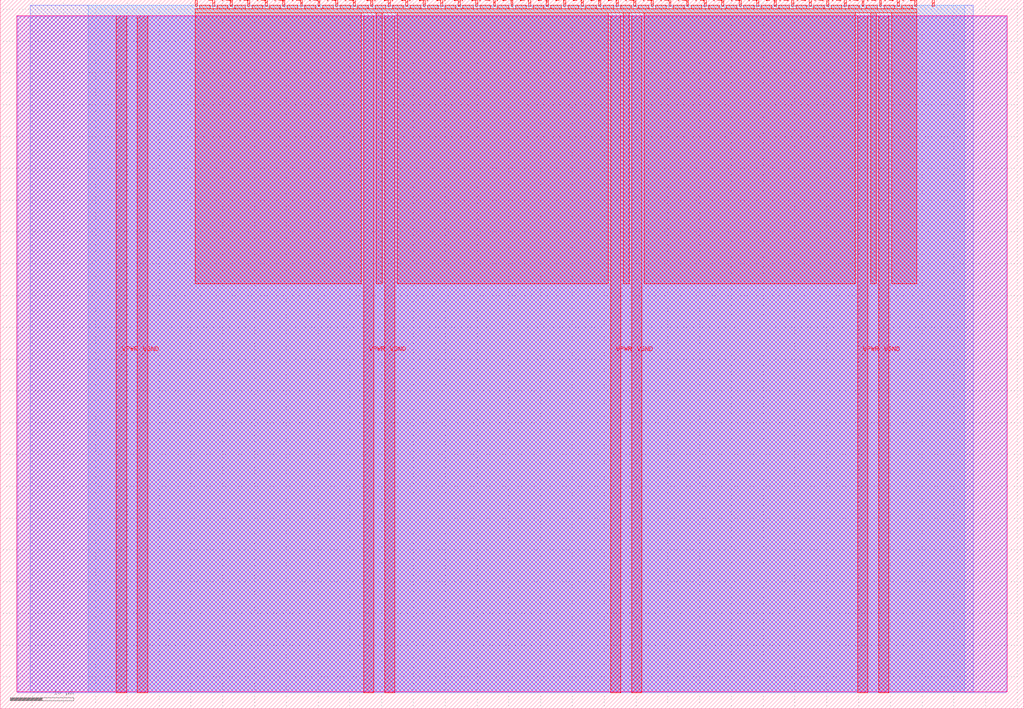
<source format=lef>
VERSION 5.7 ;
  NOWIREEXTENSIONATPIN ON ;
  DIVIDERCHAR "/" ;
  BUSBITCHARS "[]" ;
MACRO tt_um_sjsu
  CLASS BLOCK ;
  FOREIGN tt_um_sjsu ;
  ORIGIN 0.000 0.000 ;
  SIZE 161.000 BY 111.520 ;
  PIN VGND
    DIRECTION INOUT ;
    USE GROUND ;
    PORT
      LAYER met4 ;
        RECT 21.580 2.480 23.180 109.040 ;
    END
    PORT
      LAYER met4 ;
        RECT 60.450 2.480 62.050 109.040 ;
    END
    PORT
      LAYER met4 ;
        RECT 99.320 2.480 100.920 109.040 ;
    END
    PORT
      LAYER met4 ;
        RECT 138.190 2.480 139.790 109.040 ;
    END
  END VGND
  PIN VPWR
    DIRECTION INOUT ;
    USE POWER ;
    PORT
      LAYER met4 ;
        RECT 18.280 2.480 19.880 109.040 ;
    END
    PORT
      LAYER met4 ;
        RECT 57.150 2.480 58.750 109.040 ;
    END
    PORT
      LAYER met4 ;
        RECT 96.020 2.480 97.620 109.040 ;
    END
    PORT
      LAYER met4 ;
        RECT 134.890 2.480 136.490 109.040 ;
    END
  END VPWR
  PIN clk
    DIRECTION INPUT ;
    USE SIGNAL ;
    ANTENNAGATEAREA 0.852000 ;
    PORT
      LAYER met4 ;
        RECT 143.830 110.520 144.130 111.520 ;
    END
  END clk
  PIN ena
    DIRECTION INPUT ;
    USE SIGNAL ;
    PORT
      LAYER met4 ;
        RECT 146.590 110.520 146.890 111.520 ;
    END
  END ena
  PIN rst_n
    DIRECTION INPUT ;
    USE SIGNAL ;
    ANTENNAGATEAREA 0.196500 ;
    PORT
      LAYER met4 ;
        RECT 141.070 110.520 141.370 111.520 ;
    END
  END rst_n
  PIN ui_in[0]
    DIRECTION INPUT ;
    USE SIGNAL ;
    ANTENNAGATEAREA 0.196500 ;
    PORT
      LAYER met4 ;
        RECT 138.310 110.520 138.610 111.520 ;
    END
  END ui_in[0]
  PIN ui_in[1]
    DIRECTION INPUT ;
    USE SIGNAL ;
    PORT
      LAYER met4 ;
        RECT 135.550 110.520 135.850 111.520 ;
    END
  END ui_in[1]
  PIN ui_in[2]
    DIRECTION INPUT ;
    USE SIGNAL ;
    PORT
      LAYER met4 ;
        RECT 132.790 110.520 133.090 111.520 ;
    END
  END ui_in[2]
  PIN ui_in[3]
    DIRECTION INPUT ;
    USE SIGNAL ;
    PORT
      LAYER met4 ;
        RECT 130.030 110.520 130.330 111.520 ;
    END
  END ui_in[3]
  PIN ui_in[4]
    DIRECTION INPUT ;
    USE SIGNAL ;
    PORT
      LAYER met4 ;
        RECT 127.270 110.520 127.570 111.520 ;
    END
  END ui_in[4]
  PIN ui_in[5]
    DIRECTION INPUT ;
    USE SIGNAL ;
    PORT
      LAYER met4 ;
        RECT 124.510 110.520 124.810 111.520 ;
    END
  END ui_in[5]
  PIN ui_in[6]
    DIRECTION INPUT ;
    USE SIGNAL ;
    PORT
      LAYER met4 ;
        RECT 121.750 110.520 122.050 111.520 ;
    END
  END ui_in[6]
  PIN ui_in[7]
    DIRECTION INPUT ;
    USE SIGNAL ;
    PORT
      LAYER met4 ;
        RECT 118.990 110.520 119.290 111.520 ;
    END
  END ui_in[7]
  PIN uio_in[0]
    DIRECTION INPUT ;
    USE SIGNAL ;
    PORT
      LAYER met4 ;
        RECT 116.230 110.520 116.530 111.520 ;
    END
  END uio_in[0]
  PIN uio_in[1]
    DIRECTION INPUT ;
    USE SIGNAL ;
    PORT
      LAYER met4 ;
        RECT 113.470 110.520 113.770 111.520 ;
    END
  END uio_in[1]
  PIN uio_in[2]
    DIRECTION INPUT ;
    USE SIGNAL ;
    PORT
      LAYER met4 ;
        RECT 110.710 110.520 111.010 111.520 ;
    END
  END uio_in[2]
  PIN uio_in[3]
    DIRECTION INPUT ;
    USE SIGNAL ;
    PORT
      LAYER met4 ;
        RECT 107.950 110.520 108.250 111.520 ;
    END
  END uio_in[3]
  PIN uio_in[4]
    DIRECTION INPUT ;
    USE SIGNAL ;
    PORT
      LAYER met4 ;
        RECT 105.190 110.520 105.490 111.520 ;
    END
  END uio_in[4]
  PIN uio_in[5]
    DIRECTION INPUT ;
    USE SIGNAL ;
    PORT
      LAYER met4 ;
        RECT 102.430 110.520 102.730 111.520 ;
    END
  END uio_in[5]
  PIN uio_in[6]
    DIRECTION INPUT ;
    USE SIGNAL ;
    PORT
      LAYER met4 ;
        RECT 99.670 110.520 99.970 111.520 ;
    END
  END uio_in[6]
  PIN uio_in[7]
    DIRECTION INPUT ;
    USE SIGNAL ;
    PORT
      LAYER met4 ;
        RECT 96.910 110.520 97.210 111.520 ;
    END
  END uio_in[7]
  PIN uio_oe[0]
    DIRECTION OUTPUT ;
    USE SIGNAL ;
    PORT
      LAYER met4 ;
        RECT 49.990 110.520 50.290 111.520 ;
    END
  END uio_oe[0]
  PIN uio_oe[1]
    DIRECTION OUTPUT ;
    USE SIGNAL ;
    PORT
      LAYER met4 ;
        RECT 47.230 110.520 47.530 111.520 ;
    END
  END uio_oe[1]
  PIN uio_oe[2]
    DIRECTION OUTPUT ;
    USE SIGNAL ;
    PORT
      LAYER met4 ;
        RECT 44.470 110.520 44.770 111.520 ;
    END
  END uio_oe[2]
  PIN uio_oe[3]
    DIRECTION OUTPUT ;
    USE SIGNAL ;
    PORT
      LAYER met4 ;
        RECT 41.710 110.520 42.010 111.520 ;
    END
  END uio_oe[3]
  PIN uio_oe[4]
    DIRECTION OUTPUT ;
    USE SIGNAL ;
    PORT
      LAYER met4 ;
        RECT 38.950 110.520 39.250 111.520 ;
    END
  END uio_oe[4]
  PIN uio_oe[5]
    DIRECTION OUTPUT ;
    USE SIGNAL ;
    PORT
      LAYER met4 ;
        RECT 36.190 110.520 36.490 111.520 ;
    END
  END uio_oe[5]
  PIN uio_oe[6]
    DIRECTION OUTPUT ;
    USE SIGNAL ;
    PORT
      LAYER met4 ;
        RECT 33.430 110.520 33.730 111.520 ;
    END
  END uio_oe[6]
  PIN uio_oe[7]
    DIRECTION OUTPUT ;
    USE SIGNAL ;
    PORT
      LAYER met4 ;
        RECT 30.670 110.520 30.970 111.520 ;
    END
  END uio_oe[7]
  PIN uio_out[0]
    DIRECTION OUTPUT ;
    USE SIGNAL ;
    PORT
      LAYER met4 ;
        RECT 72.070 110.520 72.370 111.520 ;
    END
  END uio_out[0]
  PIN uio_out[1]
    DIRECTION OUTPUT ;
    USE SIGNAL ;
    PORT
      LAYER met4 ;
        RECT 69.310 110.520 69.610 111.520 ;
    END
  END uio_out[1]
  PIN uio_out[2]
    DIRECTION OUTPUT ;
    USE SIGNAL ;
    PORT
      LAYER met4 ;
        RECT 66.550 110.520 66.850 111.520 ;
    END
  END uio_out[2]
  PIN uio_out[3]
    DIRECTION OUTPUT ;
    USE SIGNAL ;
    PORT
      LAYER met4 ;
        RECT 63.790 110.520 64.090 111.520 ;
    END
  END uio_out[3]
  PIN uio_out[4]
    DIRECTION OUTPUT ;
    USE SIGNAL ;
    PORT
      LAYER met4 ;
        RECT 61.030 110.520 61.330 111.520 ;
    END
  END uio_out[4]
  PIN uio_out[5]
    DIRECTION OUTPUT ;
    USE SIGNAL ;
    PORT
      LAYER met4 ;
        RECT 58.270 110.520 58.570 111.520 ;
    END
  END uio_out[5]
  PIN uio_out[6]
    DIRECTION OUTPUT ;
    USE SIGNAL ;
    PORT
      LAYER met4 ;
        RECT 55.510 110.520 55.810 111.520 ;
    END
  END uio_out[6]
  PIN uio_out[7]
    DIRECTION OUTPUT ;
    USE SIGNAL ;
    PORT
      LAYER met4 ;
        RECT 52.750 110.520 53.050 111.520 ;
    END
  END uio_out[7]
  PIN uo_out[0]
    DIRECTION OUTPUT ;
    USE SIGNAL ;
    ANTENNADIFFAREA 0.445500 ;
    PORT
      LAYER met4 ;
        RECT 94.150 110.520 94.450 111.520 ;
    END
  END uo_out[0]
  PIN uo_out[1]
    DIRECTION OUTPUT ;
    USE SIGNAL ;
    ANTENNADIFFAREA 0.445500 ;
    PORT
      LAYER met4 ;
        RECT 91.390 110.520 91.690 111.520 ;
    END
  END uo_out[1]
  PIN uo_out[2]
    DIRECTION OUTPUT ;
    USE SIGNAL ;
    ANTENNADIFFAREA 0.445500 ;
    PORT
      LAYER met4 ;
        RECT 88.630 110.520 88.930 111.520 ;
    END
  END uo_out[2]
  PIN uo_out[3]
    DIRECTION OUTPUT ;
    USE SIGNAL ;
    ANTENNADIFFAREA 0.445500 ;
    PORT
      LAYER met4 ;
        RECT 85.870 110.520 86.170 111.520 ;
    END
  END uo_out[3]
  PIN uo_out[4]
    DIRECTION OUTPUT ;
    USE SIGNAL ;
    ANTENNAGATEAREA 0.318000 ;
    ANTENNADIFFAREA 1.593000 ;
    PORT
      LAYER met4 ;
        RECT 83.110 110.520 83.410 111.520 ;
    END
  END uo_out[4]
  PIN uo_out[5]
    DIRECTION OUTPUT ;
    USE SIGNAL ;
    ANTENNADIFFAREA 0.445500 ;
    PORT
      LAYER met4 ;
        RECT 80.350 110.520 80.650 111.520 ;
    END
  END uo_out[5]
  PIN uo_out[6]
    DIRECTION OUTPUT ;
    USE SIGNAL ;
    ANTENNAGATEAREA 0.318000 ;
    ANTENNADIFFAREA 0.934000 ;
    PORT
      LAYER met4 ;
        RECT 77.590 110.520 77.890 111.520 ;
    END
  END uo_out[6]
  PIN uo_out[7]
    DIRECTION OUTPUT ;
    USE SIGNAL ;
    ANTENNADIFFAREA 0.445500 ;
    PORT
      LAYER met4 ;
        RECT 74.830 110.520 75.130 111.520 ;
    END
  END uo_out[7]
  OBS
      LAYER nwell ;
        RECT 2.570 2.635 158.430 108.990 ;
      LAYER li1 ;
        RECT 2.760 2.635 158.240 108.885 ;
      LAYER met1 ;
        RECT 2.760 2.480 158.240 109.040 ;
      LAYER met2 ;
        RECT 4.700 2.535 153.080 110.685 ;
      LAYER met3 ;
        RECT 13.865 2.555 151.735 110.665 ;
      LAYER met4 ;
        RECT 31.370 110.120 33.030 110.665 ;
        RECT 34.130 110.120 35.790 110.665 ;
        RECT 36.890 110.120 38.550 110.665 ;
        RECT 39.650 110.120 41.310 110.665 ;
        RECT 42.410 110.120 44.070 110.665 ;
        RECT 45.170 110.120 46.830 110.665 ;
        RECT 47.930 110.120 49.590 110.665 ;
        RECT 50.690 110.120 52.350 110.665 ;
        RECT 53.450 110.120 55.110 110.665 ;
        RECT 56.210 110.120 57.870 110.665 ;
        RECT 58.970 110.120 60.630 110.665 ;
        RECT 61.730 110.120 63.390 110.665 ;
        RECT 64.490 110.120 66.150 110.665 ;
        RECT 67.250 110.120 68.910 110.665 ;
        RECT 70.010 110.120 71.670 110.665 ;
        RECT 72.770 110.120 74.430 110.665 ;
        RECT 75.530 110.120 77.190 110.665 ;
        RECT 78.290 110.120 79.950 110.665 ;
        RECT 81.050 110.120 82.710 110.665 ;
        RECT 83.810 110.120 85.470 110.665 ;
        RECT 86.570 110.120 88.230 110.665 ;
        RECT 89.330 110.120 90.990 110.665 ;
        RECT 92.090 110.120 93.750 110.665 ;
        RECT 94.850 110.120 96.510 110.665 ;
        RECT 97.610 110.120 99.270 110.665 ;
        RECT 100.370 110.120 102.030 110.665 ;
        RECT 103.130 110.120 104.790 110.665 ;
        RECT 105.890 110.120 107.550 110.665 ;
        RECT 108.650 110.120 110.310 110.665 ;
        RECT 111.410 110.120 113.070 110.665 ;
        RECT 114.170 110.120 115.830 110.665 ;
        RECT 116.930 110.120 118.590 110.665 ;
        RECT 119.690 110.120 121.350 110.665 ;
        RECT 122.450 110.120 124.110 110.665 ;
        RECT 125.210 110.120 126.870 110.665 ;
        RECT 127.970 110.120 129.630 110.665 ;
        RECT 130.730 110.120 132.390 110.665 ;
        RECT 133.490 110.120 135.150 110.665 ;
        RECT 136.250 110.120 137.910 110.665 ;
        RECT 139.010 110.120 140.670 110.665 ;
        RECT 141.770 110.120 143.430 110.665 ;
        RECT 30.655 109.440 144.145 110.120 ;
        RECT 30.655 66.815 56.750 109.440 ;
        RECT 59.150 66.815 60.050 109.440 ;
        RECT 62.450 66.815 95.620 109.440 ;
        RECT 98.020 66.815 98.920 109.440 ;
        RECT 101.320 66.815 134.490 109.440 ;
        RECT 136.890 66.815 137.790 109.440 ;
        RECT 140.190 66.815 144.145 109.440 ;
  END
END tt_um_sjsu
END LIBRARY


</source>
